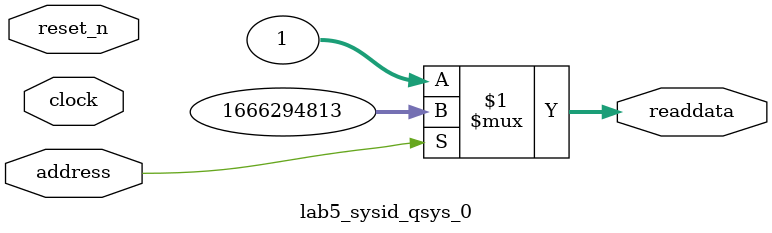
<source format=v>



// synthesis translate_off
`timescale 1ns / 1ps
// synthesis translate_on

// turn off superfluous verilog processor warnings 
// altera message_level Level1 
// altera message_off 10034 10035 10036 10037 10230 10240 10030 

module lab5_sysid_qsys_0 (
               // inputs:
                address,
                clock,
                reset_n,

               // outputs:
                readdata
             )
;

  output  [ 31: 0] readdata;
  input            address;
  input            clock;
  input            reset_n;

  wire    [ 31: 0] readdata;
  //control_slave, which is an e_avalon_slave
  assign readdata = address ? 1666294813 : 1;

endmodule



</source>
